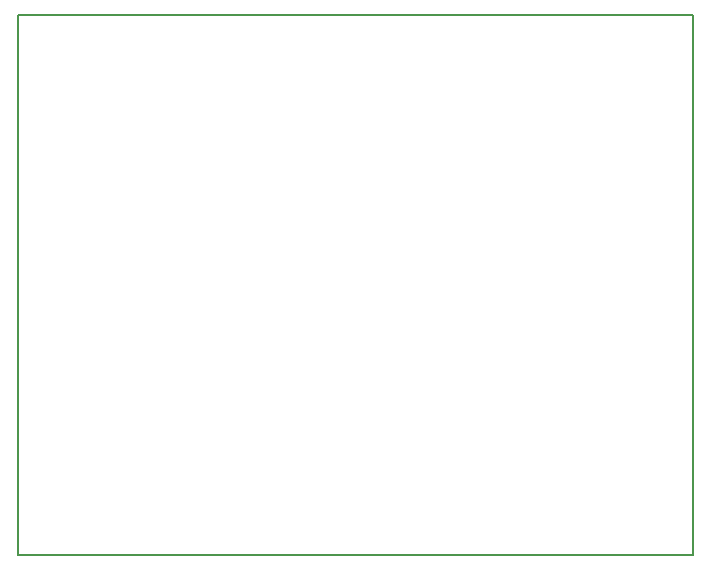
<source format=gm1>
G04 #@! TF.FileFunction,Profile,NP*
%FSLAX46Y46*%
G04 Gerber Fmt 4.6, Leading zero omitted, Abs format (unit mm)*
G04 Created by KiCad (PCBNEW 4.0.6-e0-6349~53~ubuntu14.04.1) date Wed May 31 17:07:56 2017*
%MOMM*%
%LPD*%
G01*
G04 APERTURE LIST*
%ADD10C,0.100000*%
%ADD11C,0.150000*%
G04 APERTURE END LIST*
D10*
D11*
X173990000Y-123190000D02*
X175260000Y-123190000D01*
X173990000Y-168910000D02*
X173990000Y-123190000D01*
X175260000Y-168910000D02*
X173990000Y-168910000D01*
X175260000Y-168910000D02*
X176530000Y-168910000D01*
X176530000Y-123190000D02*
X175260000Y-123190000D01*
X176530000Y-123190000D02*
X231140000Y-123190000D01*
X231140000Y-168910000D02*
X176530000Y-168910000D01*
X231140000Y-123190000D02*
X231140000Y-168910000D01*
M02*

</source>
